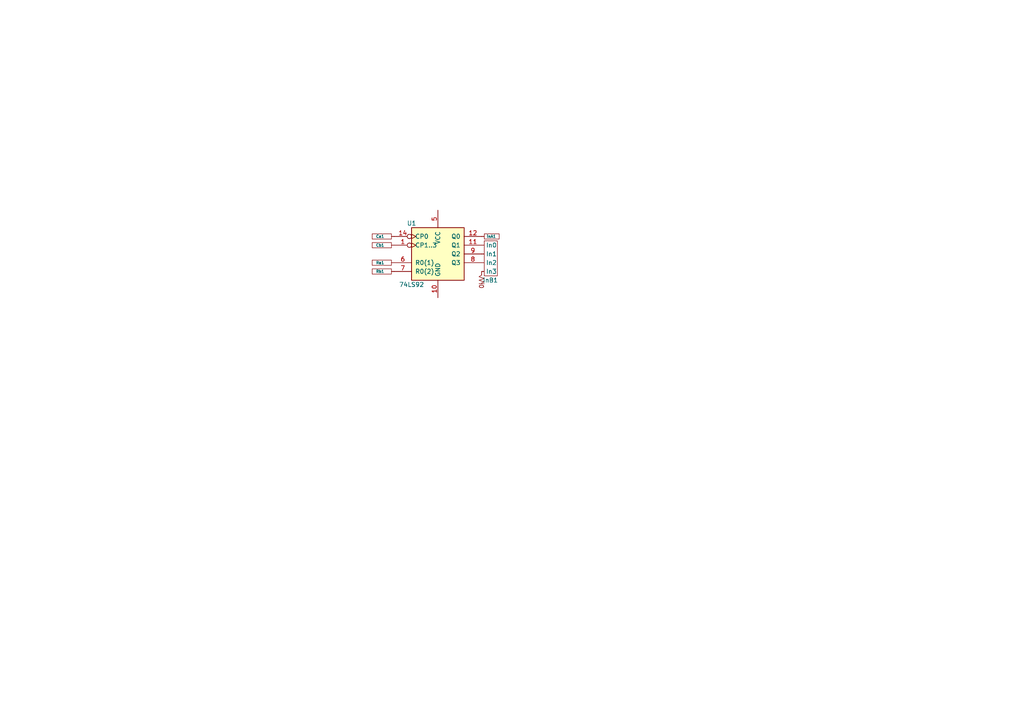
<source format=kicad_sch>
(kicad_sch (version 20230121) (generator eeschema)
  (paper "A4")
  (lib_symbols
    (symbol "74xx:74LS92" (pin_names (offset 1.016))
      (property "Reference" "U" (at -7.62 8.89 0))
      (property "Value" "74LS92" (at -7.62 -8.89 0))
      (symbol "74LS92_1_0"
        (pin input inverted_clock (at -12.7 2.54 0) (length 5.08) (name "CP1..3") (number "1"))
        (pin power_in line (at 0 -12.7 90) (length 5.08) (name "GND") (number "10"))
        (pin output line (at 12.7 2.54 180) (length 5.08) (name "Q1") (number "11"))
        (pin output line (at 12.7 5.08 180) (length 5.08) (name "Q0") (number "12"))
        (pin input inverted_clock (at -12.7 5.08 0) (length 5.08) (name "CP0") (number "14"))
        (pin power_in line (at 0 12.7 270) (length 5.08) (name "VCC") (number "5"))
        (pin input line (at -12.7 -2.54 0) (length 5.08) (name "R0(1)") (number "6"))
        (pin input line (at -12.7 -5.08 0) (length 5.08) (name "R0(2)") (number "7"))
        (pin output line (at 12.7 -2.54 180) (length 5.08) (name "Q3") (number "8"))
        (pin output line (at 12.7 0 180) (length 5.08) (name "Q2") (number "9"))
      )
      (symbol "74LS92_1_1"
        (rectangle (start -7.62 7.62) (end 7.62 -7.62) (stroke (width 0.254)) (fill (type background)))
      )
    )
    (symbol "Tests:InBus4x" (pin_numbers hide)
      (property "Reference" "InBus4x" (at 1.512 6.096 0))
      (symbol "InBus4x_0_1"
        (rectangle (start 0.75 5.08) (end 4.56 -5.08))
      )
      (symbol "InBus4x_1_1"
        (pin input line (at 0 3.81 0) (length 0.75) (name "In0") (number "0"))
        (pin input line (at 0 1.27 0) (length 0.75) (name "In1") (number "1"))
        (pin input line (at 0 -1.27 0) (length 0.75) (name "In2") (number "2"))
        (pin input line (at 0 -3.81 0) (length 0.75) (name "In3") (number "3"))
      )
    )
    (symbol "Tests:InPin" (pin_numbers hide) (pin_names hide)
      (property "Reference" "InPin" (at 2.794 0 0))
      (symbol "InPin_0_1"
        (rectangle (start 0.762 0.762) (end 5.08 -0.762))
      )
      (symbol "InPin_1_1"
        (pin input line (at 0 0 0) (length 0.75) (name "In") (number "1"))
      )
    )
    (symbol "Tests:OutPin" (pin_numbers hide) (pin_names hide)
      (property "Reference" "OutPin" (at -4.064 0 0))
      (symbol "OutPin_0_1"
        (rectangle (start -6.35 0.762) (end -0.762 -0.762))
      )
      (symbol "OutPin_1_1"
        (pin output line (at 0 0 180) (length 0.75) (name "Out") (number "1"))
      )
    )
    (symbol "chip:PULLDOWN" (pin_numbers hide) (pin_names (offset 0) hide)
      (symbol "PULLDOWN_0_1"
        (polyline (pts (xy -3.556 0) (xy -3.556 -0.762)))
        (polyline (pts (xy -1.016 0) (xy -1.524 0.762) (xy -2.032 -0.762) (xy -2.54 0.762) (xy -3.048 -0.762) (xy -3.302 0) (xy -3.556 0) (xy -3.556 0.762)))
      )
      (symbol "PULLDOWN_1_1"
        (text "0" (at -4.318 0 0) (effects (font (size 1.27 1.27))))
        (pin tri_state line (at 0 0 180) (length 1) (name "OUT") (number "1"))
      )
    )
  )
  (symbol (lib_id "chip:PULLDOWN") (at 139.7 78.74 90) (unit 1)
    (property "Reference" "pulldown1" (effects hide))
    (property "Value" "pull_down" (effects hide))
  )
  (symbol (lib_id "Tests:InPin") (at 139.7 68.58 0) (unit 1)
    (property "Reference" "inA1" (at 142.494 68.58 0) (effects (font (size 0.8 0.8))))
    (property "Value" "InPin" (effects hide))
  )
  (symbol (lib_id "Tests:InBus4x") (at 139.7 74.93 0) (unit 1)
    (property "Reference" "inB1" (at 142.24 81.28 0))
    (property "Value" "InBus4x" (effects hide))
  )
  (symbol (lib_id "74xx:74LS92") (at 127 73.66 0) (unit 1)
    (property "Reference" "U1" (at 119.38 64.77 0))
    (property "Value" "74LS92" (at 119.38 82.55 0))
    (property "Datasheet" "http://www.ti.com/lit/gpn/sn74LS92" (effects hide))
  )
  (symbol (lib_id "Tests:OutPin") (at 114.3 71.12 0) (unit 1)
    (property "Reference" "Cb1" (at 110.236 71.12 0) (effects (font (size 0.8 0.8))))
    (property "Value" "OutPin" (effects hide))
  )
  (symbol (lib_id "Tests:OutPin") (at 114.3 68.58 0) (unit 1)
    (property "Reference" "Ca1" (at 110.236 68.58 0) (effects (font (size 0.8 0.8))))
    (property "Value" "OutPin" (effects hide))
  )
  (symbol (lib_id "Tests:OutPin") (at 114.3 78.74 0) (unit 1)
    (property "Reference" "Rb1" (at 110.236 78.74 0) (effects (font (size 0.8 0.8))))
    (property "Value" "OutPin" (effects hide))
  )
  (symbol (lib_id "Tests:OutPin") (at 114.3 76.2 0) (unit 1)
    (property "Reference" "Ra1" (at 110.236 76.2 0) (effects (font (size 0.8 0.8))))
    (property "Value" "OutPin" (effects hide))
  )
)
</source>
